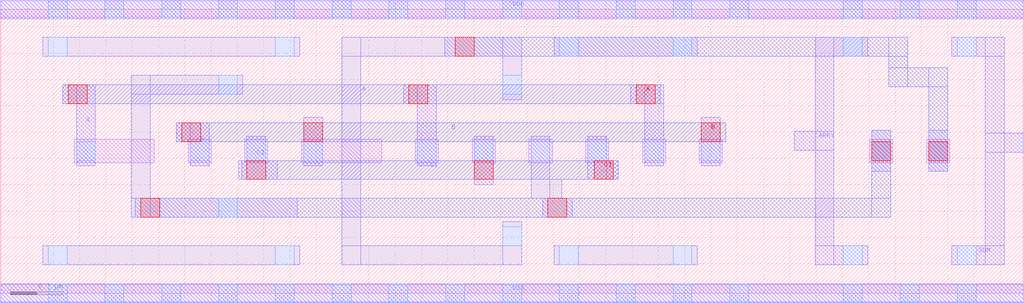
<source format=lef>
VERSION 5.7 ;
BUSBITCHARS "[]" ;
DIVIDERCHAR "/" ;

MACRO add_inv
  ORIGIN 0 -0.088 ;
  FOREIGN add_inv 0 0.088 ;
  SIZE 3.888 BY 1.08 ;
  SYMMETRY X Y ;
  SITE core ;
  PIN A
    DIRECTION INPUT ;
    USE SIGNAL ;
    PORT
      LAYER M2 ;
        RECT 0.236 0.808 2.508 0.88 ;
      LAYER M1 ;
        RECT 2.396 0.808 2.52 0.88 ;
        RECT 2.448 0.572 2.52 0.88 ;
        RECT 1.532 0.808 1.656 0.88 ;
        RECT 1.584 0.572 1.656 0.88 ;
        RECT 0.236 0.808 0.36 0.88 ;
        RECT 0.288 0.572 0.36 0.88 ;
      LAYER V1 ;
        RECT 0.256 0.808 0.328 0.88 ;
        RECT 1.552 0.808 1.624 0.88 ;
        RECT 2.416 0.808 2.488 0.88 ;
    END
  END A
  PIN B
    DIRECTION INPUT ;
    USE SIGNAL ;
    PORT
      LAYER M2 ;
        RECT 0.668 0.664 2.756 0.736 ;
      LAYER M1 ;
        RECT 2.664 0.572 2.736 0.756 ;
        RECT 1.152 0.572 1.224 0.756 ;
        RECT 0.668 0.664 0.792 0.736 ;
        RECT 0.72 0.572 0.792 0.736 ;
      LAYER V1 ;
        RECT 0.688 0.664 0.76 0.736 ;
        RECT 1.152 0.664 1.224 0.736 ;
        RECT 2.664 0.664 2.736 0.736 ;
    END
  END B
  PIN CARRY
    DIRECTION OUTPUT ;
    USE SIGNAL ;
    PORT
      LAYER M1 ;
        RECT 3.096 0.988 3.296 1.06 ;
        RECT 3.096 0.196 3.296 0.268 ;
        RECT 3.096 0.196 3.168 1.06 ;
        RECT 3.016 0.632 3.168 0.704 ;
    END
  END CARRY
  PIN CI
    DIRECTION INPUT ;
    USE SIGNAL ;
    PORT
      LAYER M2 ;
        RECT 0.916 0.52 2.348 0.592 ;
      LAYER M1 ;
        RECT 2.232 0.52 2.348 0.592 ;
        RECT 2.232 0.52 2.304 0.684 ;
        RECT 1.8 0.5 1.872 0.684 ;
        RECT 0.904 0.52 1.052 0.592 ;
        RECT 0.936 0.52 1.008 0.684 ;
      LAYER V1 ;
        RECT 0.936 0.52 1.008 0.592 ;
        RECT 1.8 0.52 1.872 0.592 ;
        RECT 2.256 0.52 2.328 0.592 ;
    END
  END CI
  PIN SUM
    DIRECTION OUTPUT ;
    USE SIGNAL ;
    PORT
      LAYER M1 ;
        RECT 3.744 0.624 3.888 0.696 ;
        RECT 3.616 0.988 3.816 1.06 ;
        RECT 3.744 0.196 3.816 1.06 ;
        RECT 3.616 0.196 3.816 0.268 ;
    END
  END SUM
  PIN VDD
    DIRECTION INOUT ;
    USE POWER ;
    SHAPE ABUTMENT ;
    PORT
      LAYER M1 ;
        RECT 0 1.132 3.888 1.204 ;
    END
  END VDD
  PIN VSS
    DIRECTION INOUT ;
    USE GROUND ;
    SHAPE ABUTMENT ;
    PORT
      LAYER M1 ;
        RECT 0 0.052 3.888 0.124 ;
    END
  END VSS
  OBS
    LAYER LIG ;
      RECT 0 0.056 3.888 0.12 ;
      RECT 0 1.136 3.888 1.2 ;
      RECT 3.52 0.584 3.608 0.672 ;
      RECT 3.304 0.584 3.392 0.672 ;
      RECT 2.656 0.584 2.744 0.672 ;
      RECT 2.44 0.584 2.528 0.672 ;
      RECT 2.224 0.584 2.312 0.672 ;
      RECT 2.008 0.584 2.096 0.672 ;
      RECT 1.792 0.584 1.88 0.672 ;
      RECT 1.576 0.584 1.664 0.672 ;
      RECT 1.144 0.584 1.448 0.672 ;
      RECT 0.928 0.584 1.016 0.672 ;
      RECT 0.712 0.584 0.8 0.672 ;
      RECT 0.28 0.584 0.584 0.672 ;
    LAYER V0 ;
      RECT 3.636 0.052 3.708 0.124 ;
      RECT 3.636 0.196 3.708 0.268 ;
      RECT 3.636 0.988 3.708 1.06 ;
      RECT 3.636 1.132 3.708 1.204 ;
      RECT 3.528 0.592 3.6 0.664 ;
      RECT 3.42 0.052 3.492 0.124 ;
      RECT 3.42 1.132 3.492 1.204 ;
      RECT 3.312 0.592 3.384 0.664 ;
      RECT 3.204 0.052 3.276 0.124 ;
      RECT 3.204 0.196 3.276 0.268 ;
      RECT 3.204 0.988 3.276 1.06 ;
      RECT 3.204 1.132 3.276 1.204 ;
      RECT 2.772 0.052 2.844 0.124 ;
      RECT 2.772 1.132 2.844 1.204 ;
      RECT 2.664 0.592 2.736 0.664 ;
      RECT 2.556 0.052 2.628 0.124 ;
      RECT 2.556 0.196 2.628 0.268 ;
      RECT 2.556 0.988 2.628 1.06 ;
      RECT 2.556 1.132 2.628 1.204 ;
      RECT 2.448 0.592 2.52 0.664 ;
      RECT 2.34 0.052 2.412 0.124 ;
      RECT 2.34 1.132 2.412 1.204 ;
      RECT 2.232 0.592 2.304 0.664 ;
      RECT 2.124 0.052 2.196 0.124 ;
      RECT 2.124 0.196 2.196 0.268 ;
      RECT 2.124 0.988 2.196 1.06 ;
      RECT 2.124 1.132 2.196 1.204 ;
      RECT 2.016 0.592 2.088 0.664 ;
      RECT 1.908 0.052 1.98 0.124 ;
      RECT 1.908 0.268 1.98 0.34 ;
      RECT 1.908 0.844 1.98 0.916 ;
      RECT 1.908 1.132 1.98 1.204 ;
      RECT 1.8 0.592 1.872 0.664 ;
      RECT 1.692 0.052 1.764 0.124 ;
      RECT 1.692 1.132 1.764 1.204 ;
      RECT 1.584 0.592 1.656 0.664 ;
      RECT 1.476 0.052 1.548 0.124 ;
      RECT 1.476 1.132 1.548 1.204 ;
      RECT 1.26 0.052 1.332 0.124 ;
      RECT 1.26 1.132 1.332 1.204 ;
      RECT 1.152 0.592 1.224 0.664 ;
      RECT 1.044 0.052 1.116 0.124 ;
      RECT 1.044 0.196 1.116 0.268 ;
      RECT 1.044 0.988 1.116 1.06 ;
      RECT 1.044 1.132 1.116 1.204 ;
      RECT 0.936 0.592 1.008 0.664 ;
      RECT 0.828 0.052 0.9 0.124 ;
      RECT 0.828 0.376 0.9 0.448 ;
      RECT 0.828 0.844 0.9 0.916 ;
      RECT 0.828 1.132 0.9 1.204 ;
      RECT 0.72 0.592 0.792 0.664 ;
      RECT 0.612 0.052 0.684 0.124 ;
      RECT 0.612 1.132 0.684 1.204 ;
      RECT 0.396 0.052 0.468 0.124 ;
      RECT 0.396 1.132 0.468 1.204 ;
      RECT 0.288 0.592 0.36 0.664 ;
      RECT 0.18 0.052 0.252 0.124 ;
      RECT 0.18 0.196 0.252 0.268 ;
      RECT 0.18 0.988 0.252 1.06 ;
      RECT 0.18 1.132 0.252 1.204 ;
    LAYER M1 ;
      RECT 2.016 0.448 2.088 0.684 ;
      RECT 2.016 0.448 2.132 0.52 ;
      RECT 2.06 0.376 2.172 0.448 ;
      RECT 1.296 0.988 1.98 1.06 ;
      RECT 1.908 0.824 1.98 1.06 ;
      RECT 1.296 0.196 1.368 1.06 ;
      RECT 1.908 0.196 1.98 0.36 ;
      RECT 1.296 0.196 1.98 0.268 ;
      RECT 0.496 0.844 0.92 0.916 ;
      RECT 0.496 0.376 0.568 0.916 ;
      RECT 0.496 0.376 1.128 0.448 ;
      RECT 3.528 0.552 3.6 0.708 ;
      RECT 3.312 0.552 3.384 0.708 ;
      RECT 2.104 0.196 2.648 0.268 ;
      RECT 2.104 0.988 2.648 1.06 ;
      RECT 0.16 0.196 1.136 0.268 ;
      RECT 0.16 0.988 1.136 1.06 ;
    LAYER M2 ;
      RECT 1.688 0.988 3.448 1.06 ;
      RECT 3.376 0.872 3.448 1.06 ;
      RECT 3.376 0.872 3.6 0.944 ;
      RECT 3.528 0.552 3.6 0.944 ;
      RECT 3.312 0.376 3.384 0.708 ;
      RECT 0.512 0.376 3.384 0.448 ;
    LAYER V1 ;
      RECT 3.528 0.592 3.6 0.664 ;
      RECT 3.312 0.592 3.384 0.664 ;
      RECT 2.08 0.376 2.152 0.448 ;
      RECT 1.728 0.988 1.8 1.06 ;
      RECT 0.532 0.376 0.604 0.448 ;
  END
END add_inv

END LIBRARY

</source>
